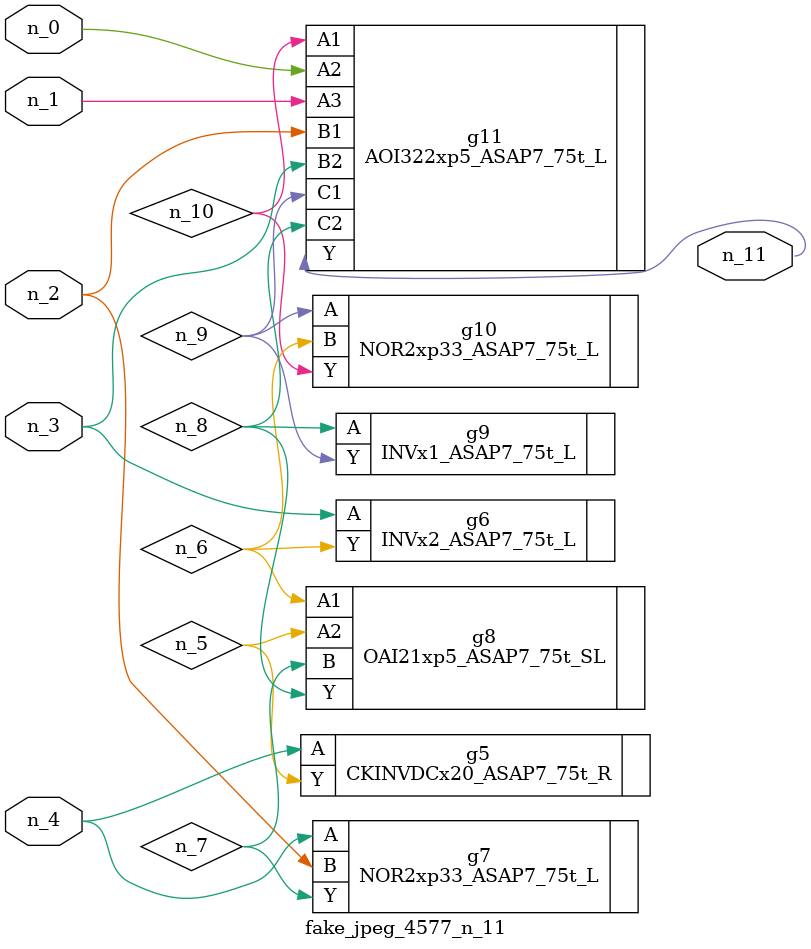
<source format=v>
module fake_jpeg_4577_n_11 (n_3, n_2, n_1, n_0, n_4, n_11);

input n_3;
input n_2;
input n_1;
input n_0;
input n_4;

output n_11;

wire n_10;
wire n_8;
wire n_9;
wire n_6;
wire n_5;
wire n_7;

CKINVDCx20_ASAP7_75t_R g5 ( 
.A(n_4),
.Y(n_5)
);

INVx2_ASAP7_75t_L g6 ( 
.A(n_3),
.Y(n_6)
);

NOR2xp33_ASAP7_75t_L g7 ( 
.A(n_4),
.B(n_2),
.Y(n_7)
);

OAI21xp5_ASAP7_75t_SL g8 ( 
.A1(n_6),
.A2(n_5),
.B(n_7),
.Y(n_8)
);

INVx1_ASAP7_75t_L g9 ( 
.A(n_8),
.Y(n_9)
);

NOR2xp33_ASAP7_75t_L g10 ( 
.A(n_9),
.B(n_6),
.Y(n_10)
);

AOI322xp5_ASAP7_75t_L g11 ( 
.A1(n_10),
.A2(n_0),
.A3(n_1),
.B1(n_2),
.B2(n_3),
.C1(n_9),
.C2(n_8),
.Y(n_11)
);


endmodule
</source>
